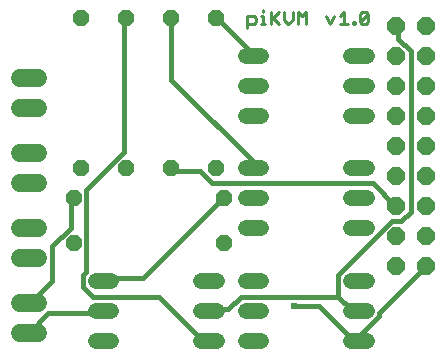
<source format=gtl>
G75*
%MOIN*%
%OFA0B0*%
%FSLAX25Y25*%
%IPPOS*%
%LPD*%
%AMOC8*
5,1,8,0,0,1.08239X$1,22.5*
%
%ADD10C,0.00900*%
%ADD11C,0.05200*%
%ADD12OC8,0.06000*%
%ADD13C,0.06000*%
%ADD14OC8,0.05200*%
%ADD15C,0.01500*%
%ADD16C,0.02381*%
D10*
X0088783Y0111467D02*
X0088783Y0115570D01*
X0090835Y0115570D01*
X0091519Y0114886D01*
X0091519Y0113519D01*
X0090835Y0112835D01*
X0088783Y0112835D01*
X0093387Y0112835D02*
X0094755Y0112835D01*
X0094071Y0112835D02*
X0094071Y0115570D01*
X0093387Y0115570D01*
X0094071Y0116938D02*
X0094071Y0117622D01*
X0096457Y0116938D02*
X0096457Y0112835D01*
X0096457Y0114202D02*
X0099192Y0116938D01*
X0101060Y0116938D02*
X0101060Y0114202D01*
X0102428Y0112835D01*
X0103796Y0114202D01*
X0103796Y0116938D01*
X0105664Y0116938D02*
X0107032Y0115570D01*
X0108400Y0116938D01*
X0108400Y0112835D01*
X0105664Y0112835D02*
X0105664Y0116938D01*
X0099192Y0112835D02*
X0097140Y0114886D01*
X0114872Y0115570D02*
X0116240Y0112835D01*
X0117608Y0115570D01*
X0119476Y0115570D02*
X0120844Y0116938D01*
X0120844Y0112835D01*
X0119476Y0112835D02*
X0122212Y0112835D01*
X0124080Y0112835D02*
X0124080Y0113519D01*
X0124764Y0113519D01*
X0124764Y0112835D01*
X0124080Y0112835D01*
X0126382Y0113519D02*
X0127066Y0112835D01*
X0128434Y0112835D01*
X0129118Y0113519D01*
X0129118Y0116254D01*
X0126382Y0113519D01*
X0126382Y0116254D01*
X0127066Y0116938D01*
X0128434Y0116938D01*
X0129118Y0116254D01*
D11*
X0128533Y0102385D02*
X0123333Y0102385D01*
X0123333Y0092385D02*
X0128533Y0092385D01*
X0128533Y0082385D02*
X0123333Y0082385D01*
X0123333Y0064885D02*
X0128533Y0064885D01*
X0128533Y0054885D02*
X0123333Y0054885D01*
X0123333Y0044885D02*
X0128533Y0044885D01*
X0128533Y0027385D02*
X0123333Y0027385D01*
X0123333Y0017385D02*
X0128533Y0017385D01*
X0128533Y0007385D02*
X0123333Y0007385D01*
X0093333Y0007385D02*
X0088133Y0007385D01*
X0078533Y0007385D02*
X0073333Y0007385D01*
X0073333Y0017385D02*
X0078533Y0017385D01*
X0088133Y0017385D02*
X0093333Y0017385D01*
X0093333Y0027385D02*
X0088133Y0027385D01*
X0078533Y0027385D02*
X0073333Y0027385D01*
X0088133Y0044885D02*
X0093333Y0044885D01*
X0093333Y0054885D02*
X0088133Y0054885D01*
X0088133Y0064885D02*
X0093333Y0064885D01*
X0093333Y0082385D02*
X0088133Y0082385D01*
X0088133Y0092385D02*
X0093333Y0092385D01*
X0093333Y0102385D02*
X0088133Y0102385D01*
X0043333Y0027385D02*
X0038133Y0027385D01*
X0038133Y0017385D02*
X0043333Y0017385D01*
X0043333Y0007385D02*
X0038133Y0007385D01*
D12*
X0138333Y0032385D03*
X0148333Y0032385D03*
X0148333Y0042385D03*
X0138333Y0042385D03*
X0138333Y0052385D03*
X0148333Y0052385D03*
X0148333Y0062385D03*
X0138333Y0062385D03*
X0138333Y0072385D03*
X0148333Y0072385D03*
X0148333Y0082385D03*
X0138333Y0082385D03*
X0138333Y0092385D03*
X0148333Y0092385D03*
X0148333Y0102385D03*
X0138333Y0102385D03*
X0138333Y0112385D03*
X0148333Y0112385D03*
D13*
X0018833Y0009885D02*
X0012833Y0009885D01*
X0012833Y0019885D02*
X0018833Y0019885D01*
X0018833Y0034885D02*
X0012833Y0034885D01*
X0012833Y0044885D02*
X0018833Y0044885D01*
X0018833Y0059885D02*
X0012833Y0059885D01*
X0012833Y0069885D02*
X0018833Y0069885D01*
X0018833Y0084885D02*
X0012833Y0084885D01*
X0012833Y0094885D02*
X0018833Y0094885D01*
D14*
X0033333Y0114885D03*
X0048333Y0114885D03*
X0063333Y0114885D03*
X0078333Y0114885D03*
X0078333Y0064885D03*
X0080833Y0054885D03*
X0080833Y0039885D03*
X0063333Y0064885D03*
X0048333Y0064885D03*
X0033333Y0064885D03*
X0030833Y0054885D03*
X0030833Y0039885D03*
D15*
X0029803Y0045100D02*
X0023503Y0038800D01*
X0023503Y0027250D01*
X0016153Y0019900D01*
X0015833Y0019885D01*
X0022453Y0016750D02*
X0016153Y0010450D01*
X0015833Y0009885D01*
X0022453Y0016750D02*
X0042403Y0016750D01*
X0043333Y0017385D01*
X0037153Y0022000D02*
X0059203Y0022000D01*
X0072853Y0008350D01*
X0073333Y0007385D01*
X0073333Y0017385D02*
X0073903Y0017800D01*
X0082303Y0017800D01*
X0086503Y0022000D01*
X0119053Y0022000D01*
X0119053Y0029350D01*
X0136903Y0047200D01*
X0140053Y0047200D01*
X0143203Y0050350D01*
X0143203Y0103900D01*
X0139003Y0108100D01*
X0139003Y0112300D01*
X0138333Y0112385D01*
X0093333Y0102385D02*
X0092803Y0102850D01*
X0090703Y0102850D01*
X0079153Y0114400D01*
X0078333Y0114885D01*
X0063403Y0114400D02*
X0063333Y0114885D01*
X0063403Y0114400D02*
X0063403Y0094450D01*
X0092803Y0065050D01*
X0093333Y0064885D01*
X0080833Y0054885D02*
X0080203Y0054550D01*
X0053953Y0028300D01*
X0043453Y0028300D01*
X0043333Y0027385D01*
X0037153Y0022000D02*
X0034003Y0025150D01*
X0034003Y0029350D01*
X0035053Y0030400D01*
X0035053Y0057700D01*
X0047653Y0070300D01*
X0047653Y0114400D01*
X0048333Y0114885D01*
X0063333Y0064885D02*
X0063403Y0064000D01*
X0072853Y0064000D01*
X0077053Y0059800D01*
X0130603Y0059800D01*
X0137953Y0052450D01*
X0138333Y0052385D01*
X0148333Y0032385D02*
X0147403Y0031450D01*
X0132703Y0016750D01*
X0132703Y0015700D01*
X0124303Y0007300D01*
X0123333Y0007385D01*
X0123253Y0008350D01*
X0112753Y0018850D01*
X0104353Y0018850D01*
X0119053Y0022000D02*
X0123253Y0017800D01*
X0123333Y0017385D01*
X0029803Y0045100D02*
X0029803Y0054550D01*
X0030833Y0054885D01*
D16*
X0104353Y0018850D03*
M02*

</source>
